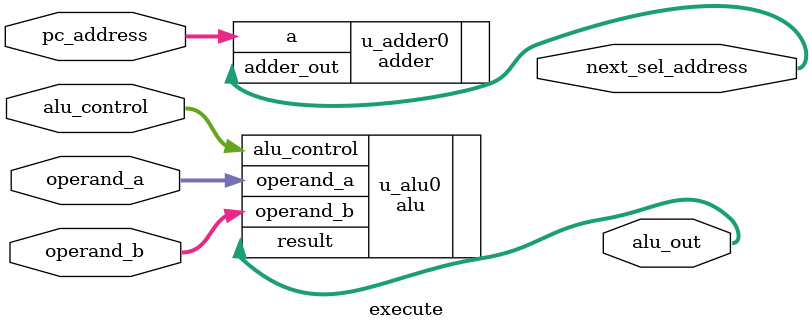
<source format=sv>
module execute #(
    parameter DataWidth = 32
    )
    (
        input logic [3 : 0]  alu_control,
        input logic [DataWidth-1 : 0] operand_a,
        input logic [DataWidth-1 : 0] operand_b,
        input logic [DataWidth-1 : 0] pc_address,

        output logic [DataWidth-1 : 0] alu_out,
        output logic [DataWidth-1 : 0] next_sel_address
    );

    // ALU INSTANCE
    alu #(
        .DataWidth(DataWidth)
    )u_alu0 
    (
        .operand_a(operand_a),
        .operand_b(operand_b),
        .alu_control(alu_control),
        .result(alu_out)
    );
    
    // ADDER INSTANCE
    adder #(
        .DataWidth(DataWidth)
    )u_adder0
    (
        .a(pc_address),
        .adder_out(next_sel_address)
    );
endmodule
</source>
